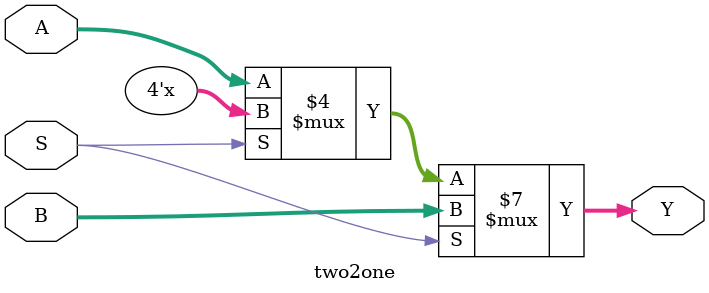
<source format=v>
module two2one #(parameter N=4) 
  ( 
   input [N-1:0] A, B,   //declare data inputs 
   input S,   //declare select input 
   output reg [N-1:0] Y  //declare output 
  ); 
	always @ (S)
		if (S == 1'b1) Y <= B; 
		else if (S == 1'b0) Y <= A;
		
	endmodule 
 
</source>
